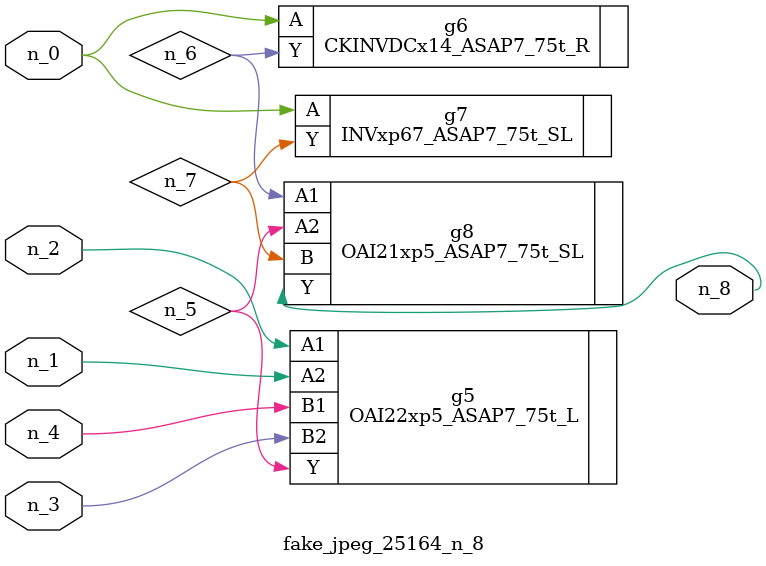
<source format=v>
module fake_jpeg_25164_n_8 (n_3, n_2, n_1, n_0, n_4, n_8);

input n_3;
input n_2;
input n_1;
input n_0;
input n_4;

output n_8;

wire n_6;
wire n_5;
wire n_7;

OAI22xp5_ASAP7_75t_L g5 ( 
.A1(n_2),
.A2(n_1),
.B1(n_4),
.B2(n_3),
.Y(n_5)
);

CKINVDCx14_ASAP7_75t_R g6 ( 
.A(n_0),
.Y(n_6)
);

INVxp67_ASAP7_75t_SL g7 ( 
.A(n_0),
.Y(n_7)
);

OAI21xp5_ASAP7_75t_SL g8 ( 
.A1(n_6),
.A2(n_5),
.B(n_7),
.Y(n_8)
);


endmodule
</source>
